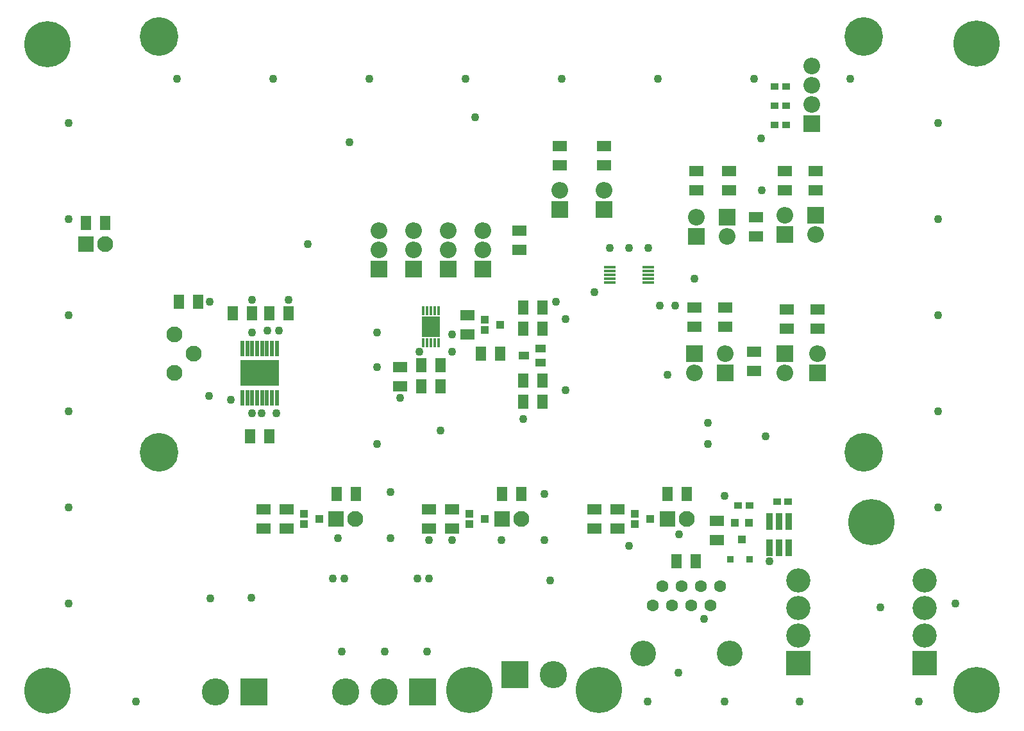
<source format=gts>
G04 #@! TF.GenerationSoftware,KiCad,Pcbnew,(5.1.6)-1*
G04 #@! TF.CreationDate,2022-03-27T18:43:43+02:00*
G04 #@! TF.ProjectId,signalization_by_fireplace,7369676e-616c-4697-9a61-74696f6e5f62,rev?*
G04 #@! TF.SameCoordinates,Original*
G04 #@! TF.FileFunction,Soldermask,Top*
G04 #@! TF.FilePolarity,Negative*
%FSLAX46Y46*%
G04 Gerber Fmt 4.6, Leading zero omitted, Abs format (unit mm)*
G04 Created by KiCad (PCBNEW (5.1.6)-1) date 2022-03-27 18:43:43*
%MOMM*%
%LPD*%
G01*
G04 APERTURE LIST*
%ADD10O,2.200000X2.200000*%
%ADD11R,2.200000X2.200000*%
%ADD12R,0.900000X0.900000*%
%ADD13C,1.100000*%
%ADD14C,2.100000*%
%ADD15R,0.600000X2.100000*%
%ADD16R,5.100000X3.500000*%
%ADD17R,1.600000X0.450000*%
%ADD18R,1.000000X1.000000*%
%ADD19R,0.450000X1.300000*%
%ADD20R,2.400000X2.700000*%
%ADD21C,0.100000*%
%ADD22R,1.100000X1.100000*%
%ADD23R,1.000000X0.900000*%
%ADD24C,5.100000*%
%ADD25C,6.100000*%
%ADD26O,3.200000X3.200000*%
%ADD27R,3.200000X3.200000*%
%ADD28R,1.400000X1.100000*%
%ADD29C,3.600000*%
%ADD30R,3.600000X3.600000*%
%ADD31C,1.600000*%
%ADD32C,3.400000*%
%ADD33R,2.100000X2.100000*%
%ADD34R,0.900000X2.300000*%
G04 APERTURE END LIST*
D10*
X242575200Y-80119740D03*
X242575200Y-75039740D03*
D11*
X242575200Y-82659740D03*
D10*
X242575200Y-77579740D03*
D12*
X231838500Y-140208000D03*
X234378500Y-140208000D03*
D13*
X247650000Y-76708000D03*
X144462500Y-95250000D03*
X158750000Y-76708000D03*
D14*
X160985200Y-113030000D03*
X158432500Y-115570000D03*
X158432500Y-110490000D03*
D13*
X171894500Y-120904000D03*
D15*
X170647000Y-112320000D03*
X171947000Y-118820000D03*
X168047000Y-112320000D03*
D16*
X169672000Y-115570000D03*
D15*
X168697000Y-118820000D03*
X170647000Y-118820000D03*
X169997000Y-112320000D03*
X167397000Y-118820000D03*
X169347000Y-118820000D03*
X169997000Y-118820000D03*
X171297000Y-118820000D03*
X168047000Y-118820000D03*
X171947000Y-112320000D03*
X171297000Y-112320000D03*
X169347000Y-112320000D03*
X168697000Y-112320000D03*
X167397000Y-112320000D03*
D17*
X220980000Y-101616000D03*
X220980000Y-102116000D03*
X220980000Y-102616000D03*
X220980000Y-103116000D03*
X220980000Y-103616000D03*
X215900000Y-103616000D03*
X215900000Y-103116000D03*
X215900000Y-102616000D03*
X215900000Y-101616000D03*
X215900000Y-102116000D03*
D18*
X199406000Y-109870000D03*
X201406000Y-109220000D03*
X199406000Y-108570000D03*
D19*
X193278000Y-111566960D03*
X193278000Y-107381040D03*
X192778000Y-107381040D03*
X192278000Y-107381040D03*
X191778000Y-107381040D03*
D20*
X192278000Y-109474000D03*
D19*
X191278000Y-107381040D03*
X191277240Y-111566960D03*
X191778000Y-111566960D03*
X192778000Y-111566960D03*
X192278000Y-111566960D03*
D13*
X168592500Y-145288000D03*
X163157337Y-145326037D03*
D21*
G36*
X229110500Y-136968000D02*
G01*
X231010500Y-136968000D01*
X231010500Y-138368000D01*
X229110500Y-138368000D01*
X229110500Y-136968000D01*
G37*
G36*
X229110500Y-134428000D02*
G01*
X231010500Y-134428000D01*
X231010500Y-135828000D01*
X229110500Y-135828000D01*
X229110500Y-134428000D01*
G37*
G36*
X226566500Y-141412000D02*
G01*
X226566500Y-139512000D01*
X227966500Y-139512000D01*
X227966500Y-141412000D01*
X226566500Y-141412000D01*
G37*
G36*
X224026500Y-141412000D02*
G01*
X224026500Y-139512000D01*
X225426500Y-139512000D01*
X225426500Y-141412000D01*
X224026500Y-141412000D01*
G37*
D22*
X233362500Y-137598000D03*
X232412500Y-135398000D03*
X234312500Y-135398000D03*
D23*
X238035000Y-132588000D03*
X239485000Y-132588000D03*
X234341500Y-133096000D03*
X232891500Y-133096000D03*
X237717500Y-82804000D03*
X239167500Y-82804000D03*
X237717500Y-80264000D03*
X239167500Y-80264000D03*
X237717500Y-77724000D03*
X239167500Y-77724000D03*
D24*
X156424000Y-126080000D03*
X249468000Y-126080000D03*
X249468000Y-71080000D03*
X156424000Y-71080000D03*
D25*
X141668500Y-157533922D03*
X197400000Y-157480000D03*
X214460000Y-157480000D03*
X250460500Y-135302000D03*
X264350500Y-157480000D03*
X264350500Y-72073441D03*
X141668500Y-72106428D03*
D13*
X153352500Y-159004000D03*
X240982500Y-159004000D03*
X256730500Y-159004000D03*
D26*
X257492500Y-143004000D03*
X257492500Y-146644000D03*
D27*
X257492500Y-153924000D03*
D26*
X257492500Y-150284000D03*
X240792000Y-143004000D03*
X240792000Y-146644000D03*
D27*
X240792000Y-153924000D03*
D26*
X240792000Y-150284000D03*
D13*
X207264000Y-137668000D03*
X186944000Y-131318000D03*
X186944000Y-137414000D03*
X180022500Y-137414000D03*
X225044000Y-136906000D03*
X218440000Y-138430000D03*
X207264000Y-131572000D03*
X201612500Y-137668000D03*
X261556500Y-146050000D03*
X234950000Y-76708000D03*
X184150000Y-76708000D03*
X171450000Y-76708000D03*
X144462500Y-107950000D03*
X144462500Y-120650000D03*
X210058000Y-117856000D03*
X210058000Y-108458000D03*
X185166000Y-110236000D03*
X185166000Y-124968000D03*
X220916500Y-159004000D03*
X231076500Y-159004000D03*
X259270500Y-133350000D03*
X259270500Y-120650000D03*
X259270500Y-107950000D03*
X259270500Y-95250000D03*
X259270500Y-82550000D03*
X222250000Y-76708000D03*
X209550000Y-76708000D03*
X196850000Y-76708000D03*
X144462500Y-82550000D03*
X144462500Y-133350000D03*
X144462500Y-146050000D03*
X208026000Y-143002000D03*
X180530500Y-152400000D03*
X186182000Y-152400000D03*
X191770000Y-152400000D03*
X190500000Y-142748000D03*
X192024000Y-142748000D03*
X180848000Y-142748000D03*
X179324000Y-142748000D03*
X195072000Y-137668000D03*
X192024000Y-137668000D03*
X251650500Y-146558000D03*
X224980500Y-155194000D03*
X228346000Y-148082000D03*
X236982000Y-140462000D03*
X231076500Y-131826000D03*
X228854000Y-124968000D03*
X228854000Y-122174000D03*
X236474000Y-123952000D03*
X223520000Y-115824000D03*
X224536000Y-106680000D03*
X222504000Y-106680000D03*
X213868000Y-104902000D03*
X215900000Y-99060000D03*
X218440000Y-99060000D03*
X220980000Y-99060000D03*
X227076000Y-103124000D03*
X235966000Y-91440000D03*
X235902500Y-84582000D03*
X198120000Y-81788000D03*
X181546500Y-85090000D03*
X195072000Y-110490000D03*
X208788000Y-106172000D03*
X190754000Y-112776000D03*
X195072000Y-112776000D03*
X204470000Y-121666000D03*
X193548000Y-123190000D03*
X168656000Y-110236000D03*
X163004500Y-118618000D03*
X176022000Y-98552000D03*
X173482000Y-105918000D03*
X163068000Y-106172000D03*
X185166000Y-114808000D03*
X168656000Y-105918000D03*
X172212000Y-109982000D03*
X170688000Y-109982000D03*
X188214000Y-118872000D03*
X165862000Y-119126000D03*
X169926000Y-120904000D03*
X168656000Y-120904000D03*
D21*
G36*
X234000000Y-114616000D02*
G01*
X235900000Y-114616000D01*
X235900000Y-116016000D01*
X234000000Y-116016000D01*
X234000000Y-114616000D01*
G37*
G36*
X234000000Y-112076000D02*
G01*
X235900000Y-112076000D01*
X235900000Y-113476000D01*
X234000000Y-113476000D01*
X234000000Y-112076000D01*
G37*
G36*
X212918000Y-135444000D02*
G01*
X214818000Y-135444000D01*
X214818000Y-136844000D01*
X212918000Y-136844000D01*
X212918000Y-135444000D01*
G37*
G36*
X212918000Y-132904000D02*
G01*
X214818000Y-132904000D01*
X214818000Y-134304000D01*
X212918000Y-134304000D01*
X212918000Y-132904000D01*
G37*
G36*
X191074000Y-135444000D02*
G01*
X192974000Y-135444000D01*
X192974000Y-136844000D01*
X191074000Y-136844000D01*
X191074000Y-135444000D01*
G37*
G36*
X191074000Y-132904000D02*
G01*
X192974000Y-132904000D01*
X192974000Y-134304000D01*
X191074000Y-134304000D01*
X191074000Y-132904000D01*
G37*
G36*
X169230000Y-135444000D02*
G01*
X171130000Y-135444000D01*
X171130000Y-136844000D01*
X169230000Y-136844000D01*
X169230000Y-135444000D01*
G37*
G36*
X169230000Y-132904000D02*
G01*
X171130000Y-132904000D01*
X171130000Y-134304000D01*
X169230000Y-134304000D01*
X169230000Y-132904000D01*
G37*
D28*
X206740000Y-114234000D03*
X204540000Y-113284000D03*
X206740000Y-112334000D03*
D21*
G36*
X148588500Y-96708000D02*
G01*
X148588500Y-94808000D01*
X149988500Y-94808000D01*
X149988500Y-96708000D01*
X148588500Y-96708000D01*
G37*
G36*
X146048500Y-96708000D02*
G01*
X146048500Y-94808000D01*
X147448500Y-94808000D01*
X147448500Y-96708000D01*
X146048500Y-96708000D01*
G37*
G36*
X199582000Y-112080000D02*
G01*
X199582000Y-113980000D01*
X198182000Y-113980000D01*
X198182000Y-112080000D01*
X199582000Y-112080000D01*
G37*
G36*
X202122000Y-112080000D02*
G01*
X202122000Y-113980000D01*
X200722000Y-113980000D01*
X200722000Y-112080000D01*
X202122000Y-112080000D01*
G37*
G36*
X159704000Y-105222000D02*
G01*
X159704000Y-107122000D01*
X158304000Y-107122000D01*
X158304000Y-105222000D01*
X159704000Y-105222000D01*
G37*
G36*
X162244000Y-105222000D02*
G01*
X162244000Y-107122000D01*
X160844000Y-107122000D01*
X160844000Y-105222000D01*
X162244000Y-105222000D01*
G37*
G36*
X196154000Y-109790000D02*
G01*
X198054000Y-109790000D01*
X198054000Y-111190000D01*
X196154000Y-111190000D01*
X196154000Y-109790000D01*
G37*
G36*
X196154000Y-107250000D02*
G01*
X198054000Y-107250000D01*
X198054000Y-108650000D01*
X196154000Y-108650000D01*
X196154000Y-107250000D01*
G37*
G36*
X204912000Y-97474000D02*
G01*
X203012000Y-97474000D01*
X203012000Y-96074000D01*
X204912000Y-96074000D01*
X204912000Y-97474000D01*
G37*
G36*
X204912000Y-100014000D02*
G01*
X203012000Y-100014000D01*
X203012000Y-98614000D01*
X204912000Y-98614000D01*
X204912000Y-100014000D01*
G37*
G36*
X225360000Y-132522000D02*
G01*
X225360000Y-130622000D01*
X226760000Y-130622000D01*
X226760000Y-132522000D01*
X225360000Y-132522000D01*
G37*
G36*
X222820000Y-132522000D02*
G01*
X222820000Y-130622000D01*
X224220000Y-130622000D01*
X224220000Y-132522000D01*
X222820000Y-132522000D01*
G37*
G36*
X215966000Y-135444000D02*
G01*
X217866000Y-135444000D01*
X217866000Y-136844000D01*
X215966000Y-136844000D01*
X215966000Y-135444000D01*
G37*
G36*
X215966000Y-132904000D02*
G01*
X217866000Y-132904000D01*
X217866000Y-134304000D01*
X215966000Y-134304000D01*
X215966000Y-132904000D01*
G37*
G36*
X238064000Y-90740000D02*
G01*
X239964000Y-90740000D01*
X239964000Y-92140000D01*
X238064000Y-92140000D01*
X238064000Y-90740000D01*
G37*
G36*
X238064000Y-88200000D02*
G01*
X239964000Y-88200000D01*
X239964000Y-89600000D01*
X238064000Y-89600000D01*
X238064000Y-88200000D01*
G37*
G36*
X244028000Y-89600000D02*
G01*
X242128000Y-89600000D01*
X242128000Y-88200000D01*
X244028000Y-88200000D01*
X244028000Y-89600000D01*
G37*
G36*
X244028000Y-92140000D02*
G01*
X242128000Y-92140000D01*
X242128000Y-90740000D01*
X244028000Y-90740000D01*
X244028000Y-92140000D01*
G37*
G36*
X234254000Y-96836000D02*
G01*
X236154000Y-96836000D01*
X236154000Y-98236000D01*
X234254000Y-98236000D01*
X234254000Y-96836000D01*
G37*
G36*
X234254000Y-94296000D02*
G01*
X236154000Y-94296000D01*
X236154000Y-95696000D01*
X234254000Y-95696000D01*
X234254000Y-94296000D01*
G37*
G36*
X226380000Y-90740000D02*
G01*
X228280000Y-90740000D01*
X228280000Y-92140000D01*
X226380000Y-92140000D01*
X226380000Y-90740000D01*
G37*
G36*
X226380000Y-88200000D02*
G01*
X228280000Y-88200000D01*
X228280000Y-89600000D01*
X226380000Y-89600000D01*
X226380000Y-88200000D01*
G37*
G36*
X230698000Y-90740000D02*
G01*
X232598000Y-90740000D01*
X232598000Y-92140000D01*
X230698000Y-92140000D01*
X230698000Y-90740000D01*
G37*
G36*
X230698000Y-88200000D02*
G01*
X232598000Y-88200000D01*
X232598000Y-89600000D01*
X230698000Y-89600000D01*
X230698000Y-88200000D01*
G37*
G36*
X203516000Y-132522000D02*
G01*
X203516000Y-130622000D01*
X204916000Y-130622000D01*
X204916000Y-132522000D01*
X203516000Y-132522000D01*
G37*
G36*
X200976000Y-132522000D02*
G01*
X200976000Y-130622000D01*
X202376000Y-130622000D01*
X202376000Y-132522000D01*
X200976000Y-132522000D01*
G37*
G36*
X194122000Y-135444000D02*
G01*
X196022000Y-135444000D01*
X196022000Y-136844000D01*
X194122000Y-136844000D01*
X194122000Y-135444000D01*
G37*
G36*
X194122000Y-132904000D02*
G01*
X196022000Y-132904000D01*
X196022000Y-134304000D01*
X194122000Y-134304000D01*
X194122000Y-132904000D01*
G37*
G36*
X226126000Y-108774000D02*
G01*
X228026000Y-108774000D01*
X228026000Y-110174000D01*
X226126000Y-110174000D01*
X226126000Y-108774000D01*
G37*
G36*
X226126000Y-106234000D02*
G01*
X228026000Y-106234000D01*
X228026000Y-107634000D01*
X226126000Y-107634000D01*
X226126000Y-106234000D01*
G37*
G36*
X232090000Y-107634000D02*
G01*
X230190000Y-107634000D01*
X230190000Y-106234000D01*
X232090000Y-106234000D01*
X232090000Y-107634000D01*
G37*
G36*
X232090000Y-110174000D02*
G01*
X230190000Y-110174000D01*
X230190000Y-108774000D01*
X232090000Y-108774000D01*
X232090000Y-110174000D01*
G37*
G36*
X238318000Y-109028000D02*
G01*
X240218000Y-109028000D01*
X240218000Y-110428000D01*
X238318000Y-110428000D01*
X238318000Y-109028000D01*
G37*
G36*
X238318000Y-106488000D02*
G01*
X240218000Y-106488000D01*
X240218000Y-107888000D01*
X238318000Y-107888000D01*
X238318000Y-106488000D01*
G37*
G36*
X242382000Y-109028000D02*
G01*
X244282000Y-109028000D01*
X244282000Y-110428000D01*
X242382000Y-110428000D01*
X242382000Y-109028000D01*
G37*
G36*
X242382000Y-106488000D02*
G01*
X244282000Y-106488000D01*
X244282000Y-107888000D01*
X242382000Y-107888000D01*
X242382000Y-106488000D01*
G37*
G36*
X181672000Y-132522000D02*
G01*
X181672000Y-130622000D01*
X183072000Y-130622000D01*
X183072000Y-132522000D01*
X181672000Y-132522000D01*
G37*
G36*
X179132000Y-132522000D02*
G01*
X179132000Y-130622000D01*
X180532000Y-130622000D01*
X180532000Y-132522000D01*
X179132000Y-132522000D01*
G37*
G36*
X172278000Y-135444000D02*
G01*
X174178000Y-135444000D01*
X174178000Y-136844000D01*
X172278000Y-136844000D01*
X172278000Y-135444000D01*
G37*
G36*
X172278000Y-132904000D02*
G01*
X174178000Y-132904000D01*
X174178000Y-134304000D01*
X172278000Y-134304000D01*
X172278000Y-132904000D01*
G37*
G36*
X214188000Y-87438000D02*
G01*
X216088000Y-87438000D01*
X216088000Y-88838000D01*
X214188000Y-88838000D01*
X214188000Y-87438000D01*
G37*
G36*
X214188000Y-84898000D02*
G01*
X216088000Y-84898000D01*
X216088000Y-86298000D01*
X214188000Y-86298000D01*
X214188000Y-84898000D01*
G37*
G36*
X208346000Y-87438000D02*
G01*
X210246000Y-87438000D01*
X210246000Y-88838000D01*
X208346000Y-88838000D01*
X208346000Y-87438000D01*
G37*
G36*
X208346000Y-84898000D02*
G01*
X210246000Y-84898000D01*
X210246000Y-86298000D01*
X208346000Y-86298000D01*
X208346000Y-84898000D01*
G37*
D18*
X219218000Y-135524000D03*
X221218000Y-134874000D03*
X219218000Y-134224000D03*
X197374000Y-135524000D03*
X199374000Y-134874000D03*
X197374000Y-134224000D03*
X175530000Y-135524000D03*
X177530000Y-134874000D03*
X175530000Y-134224000D03*
D11*
X185420000Y-101854000D03*
D10*
X185420000Y-96774000D03*
X185420000Y-99314000D03*
D11*
X189992000Y-101854000D03*
D10*
X189992000Y-96774000D03*
X189992000Y-99314000D03*
D11*
X194564000Y-101854000D03*
D10*
X194564000Y-96774000D03*
X194564000Y-99314000D03*
D11*
X199136000Y-101854000D03*
D10*
X199136000Y-96774000D03*
X199136000Y-99314000D03*
X243078000Y-97282000D03*
D11*
X243078000Y-94742000D03*
D10*
X239014000Y-94742000D03*
D11*
X239014000Y-97282000D03*
D10*
X231394000Y-97536000D03*
D11*
X231394000Y-94996000D03*
D10*
X227330000Y-94996000D03*
D11*
X227330000Y-97536000D03*
D10*
X227076000Y-115570000D03*
D11*
X227076000Y-113030000D03*
D10*
X231140000Y-113030000D03*
D11*
X231140000Y-115570000D03*
D10*
X239014000Y-115570000D03*
D11*
X239014000Y-113030000D03*
D10*
X243332000Y-113030000D03*
D11*
X243332000Y-115570000D03*
D10*
X215138000Y-91440000D03*
D11*
X215138000Y-93980000D03*
D10*
X209296000Y-91440000D03*
D11*
X209296000Y-93980000D03*
D29*
X163860000Y-157734000D03*
D30*
X168940000Y-157734000D03*
X203360000Y-155448000D03*
D29*
X208440000Y-155448000D03*
D31*
X224156000Y-146304000D03*
X230506000Y-143764000D03*
D32*
X220344000Y-152654000D03*
D31*
X229236000Y-146304000D03*
X222886000Y-143764000D03*
X226696000Y-146304000D03*
X225426000Y-143764000D03*
X227966000Y-143764000D03*
X221616000Y-146304000D03*
D32*
X231776000Y-152654000D03*
D29*
X186150000Y-157734000D03*
D30*
X191230000Y-157734000D03*
D29*
X181070000Y-157734000D03*
D33*
X146748500Y-98552000D03*
D14*
X149288500Y-98552000D03*
X226060000Y-134874000D03*
D33*
X223520000Y-134874000D03*
D14*
X204194000Y-134874000D03*
D33*
X201654000Y-134874000D03*
D14*
X182328000Y-134874000D03*
D33*
X179788000Y-134874000D03*
D34*
X238252000Y-135178800D03*
X236982000Y-135178800D03*
X239522000Y-135178800D03*
X236982000Y-138633200D03*
X238252000Y-138633200D03*
X239522000Y-138633200D03*
D21*
G36*
X167956000Y-108646000D02*
G01*
X167956000Y-106746000D01*
X169356000Y-106746000D01*
X169356000Y-108646000D01*
X167956000Y-108646000D01*
G37*
G36*
X165416000Y-108646000D02*
G01*
X165416000Y-106746000D01*
X166816000Y-106746000D01*
X166816000Y-108646000D01*
X165416000Y-108646000D01*
G37*
G36*
X172782000Y-108646000D02*
G01*
X172782000Y-106746000D01*
X174182000Y-106746000D01*
X174182000Y-108646000D01*
X172782000Y-108646000D01*
G37*
G36*
X170242000Y-108646000D02*
G01*
X170242000Y-106746000D01*
X171642000Y-106746000D01*
X171642000Y-108646000D01*
X170242000Y-108646000D01*
G37*
G36*
X170242000Y-124902000D02*
G01*
X170242000Y-123002000D01*
X171642000Y-123002000D01*
X171642000Y-124902000D01*
X170242000Y-124902000D01*
G37*
G36*
X167702000Y-124902000D02*
G01*
X167702000Y-123002000D01*
X169102000Y-123002000D01*
X169102000Y-124902000D01*
X167702000Y-124902000D01*
G37*
G36*
X206310000Y-107884000D02*
G01*
X206310000Y-105984000D01*
X207710000Y-105984000D01*
X207710000Y-107884000D01*
X206310000Y-107884000D01*
G37*
G36*
X203770000Y-107884000D02*
G01*
X203770000Y-105984000D01*
X205170000Y-105984000D01*
X205170000Y-107884000D01*
X203770000Y-107884000D01*
G37*
G36*
X206310000Y-110678000D02*
G01*
X206310000Y-108778000D01*
X207710000Y-108778000D01*
X207710000Y-110678000D01*
X206310000Y-110678000D01*
G37*
G36*
X203770000Y-110678000D02*
G01*
X203770000Y-108778000D01*
X205170000Y-108778000D01*
X205170000Y-110678000D01*
X203770000Y-110678000D01*
G37*
G36*
X191708000Y-116398000D02*
G01*
X191708000Y-118298000D01*
X190308000Y-118298000D01*
X190308000Y-116398000D01*
X191708000Y-116398000D01*
G37*
G36*
X194248000Y-116398000D02*
G01*
X194248000Y-118298000D01*
X192848000Y-118298000D01*
X192848000Y-116398000D01*
X194248000Y-116398000D01*
G37*
G36*
X192848000Y-115504000D02*
G01*
X192848000Y-113604000D01*
X194248000Y-113604000D01*
X194248000Y-115504000D01*
X192848000Y-115504000D01*
G37*
G36*
X190308000Y-115504000D02*
G01*
X190308000Y-113604000D01*
X191708000Y-113604000D01*
X191708000Y-115504000D01*
X190308000Y-115504000D01*
G37*
G36*
X189164000Y-115508000D02*
G01*
X187264000Y-115508000D01*
X187264000Y-114108000D01*
X189164000Y-114108000D01*
X189164000Y-115508000D01*
G37*
G36*
X189164000Y-118048000D02*
G01*
X187264000Y-118048000D01*
X187264000Y-116648000D01*
X189164000Y-116648000D01*
X189164000Y-118048000D01*
G37*
G36*
X206310000Y-117536000D02*
G01*
X206310000Y-115636000D01*
X207710000Y-115636000D01*
X207710000Y-117536000D01*
X206310000Y-117536000D01*
G37*
G36*
X203770000Y-117536000D02*
G01*
X203770000Y-115636000D01*
X205170000Y-115636000D01*
X205170000Y-117536000D01*
X203770000Y-117536000D01*
G37*
G36*
X206310000Y-120330000D02*
G01*
X206310000Y-118430000D01*
X207710000Y-118430000D01*
X207710000Y-120330000D01*
X206310000Y-120330000D01*
G37*
G36*
X203770000Y-120330000D02*
G01*
X203770000Y-118430000D01*
X205170000Y-118430000D01*
X205170000Y-120330000D01*
X203770000Y-120330000D01*
G37*
M02*

</source>
